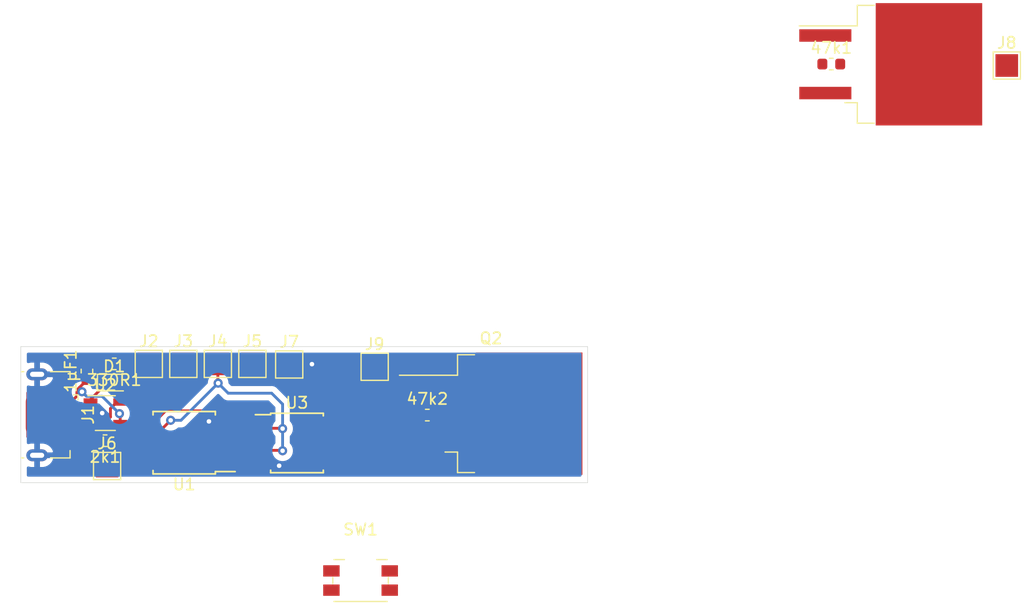
<source format=kicad_pcb>
(kicad_pcb (version 20171130) (host pcbnew "(5.1.4)-1")

  (general
    (thickness 1.6)
    (drawings 4)
    (tracks 86)
    (zones 0)
    (modules 21)
    (nets 23)
  )

  (page A4)
  (layers
    (0 F.Cu signal)
    (31 B.Cu signal)
    (32 B.Adhes user)
    (33 F.Adhes user)
    (34 B.Paste user)
    (35 F.Paste user)
    (36 B.SilkS user)
    (37 F.SilkS user hide)
    (38 B.Mask user)
    (39 F.Mask user)
    (40 Dwgs.User user)
    (41 Cmts.User user)
    (42 Eco1.User user)
    (43 Eco2.User user)
    (44 Edge.Cuts user)
    (45 Margin user)
    (46 B.CrtYd user)
    (47 F.CrtYd user)
    (48 B.Fab user)
    (49 F.Fab user hide)
  )

  (setup
    (last_trace_width 0.25)
    (trace_clearance 0.2)
    (zone_clearance 0.508)
    (zone_45_only no)
    (trace_min 0.2)
    (via_size 0.8)
    (via_drill 0.4)
    (via_min_size 0.4)
    (via_min_drill 0.3)
    (uvia_size 0.3)
    (uvia_drill 0.1)
    (uvias_allowed no)
    (uvia_min_size 0.2)
    (uvia_min_drill 0.1)
    (edge_width 0.05)
    (segment_width 0.2)
    (pcb_text_width 0.3)
    (pcb_text_size 1.5 1.5)
    (mod_edge_width 0.12)
    (mod_text_size 1 1)
    (mod_text_width 0.15)
    (pad_size 1.524 1.524)
    (pad_drill 0.762)
    (pad_to_mask_clearance 0.051)
    (solder_mask_min_width 0.25)
    (aux_axis_origin 0 0)
    (visible_elements 7FFFFFFF)
    (pcbplotparams
      (layerselection 0x010fc_ffffffff)
      (usegerberextensions false)
      (usegerberattributes false)
      (usegerberadvancedattributes false)
      (creategerberjobfile false)
      (excludeedgelayer true)
      (linewidth 0.100000)
      (plotframeref false)
      (viasonmask false)
      (mode 1)
      (useauxorigin false)
      (hpglpennumber 1)
      (hpglpenspeed 20)
      (hpglpendiameter 15.000000)
      (psnegative false)
      (psa4output false)
      (plotreference true)
      (plotvalue true)
      (plotinvisibletext false)
      (padsonsilk false)
      (subtractmaskfromsilk false)
      (outputformat 1)
      (mirror false)
      (drillshape 1)
      (scaleselection 1)
      (outputdirectory ""))
  )

  (net 0 "")
  (net 1 GND)
  (net 2 VCC)
  (net 3 "Net-(2k1-Pad1)")
  (net 4 "Net-(330R1-Pad1)")
  (net 5 FET_B)
  (net 6 FET_A)
  (net 7 "Net-(D1-Pad1)")
  (net 8 "Net-(J1-Pad3)")
  (net 9 "Net-(J1-Pad4)")
  (net 10 "Net-(J1-Pad2)")
  (net 11 "Net-(J2-Pad1)")
  (net 12 Vcarrier)
  (net 13 Vmod)
  (net 14 "Net-(J5-Pad1)")
  (net 15 "Net-(J6-Pad1)")
  (net 16 "Net-(J8-Pad1)")
  (net 17 "Net-(J9-Pad1)")
  (net 18 +BATT)
  (net 19 "Net-(U1-Pad3)")
  (net 20 "Net-(U1-Pad2)")
  (net 21 "Net-(U3-Pad12)")
  (net 22 "Net-(U3-Pad10)")

  (net_class Default "This is the default net class."
    (clearance 0.2)
    (trace_width 0.25)
    (via_dia 0.8)
    (via_drill 0.4)
    (uvia_dia 0.3)
    (uvia_drill 0.1)
    (add_net +BATT)
    (add_net FET_A)
    (add_net FET_B)
    (add_net GND)
    (add_net "Net-(2k1-Pad1)")
    (add_net "Net-(330R1-Pad1)")
    (add_net "Net-(D1-Pad1)")
    (add_net "Net-(J1-Pad2)")
    (add_net "Net-(J1-Pad3)")
    (add_net "Net-(J1-Pad4)")
    (add_net "Net-(J2-Pad1)")
    (add_net "Net-(J5-Pad1)")
    (add_net "Net-(J6-Pad1)")
    (add_net "Net-(J8-Pad1)")
    (add_net "Net-(J9-Pad1)")
    (add_net "Net-(U1-Pad2)")
    (add_net "Net-(U1-Pad3)")
    (add_net "Net-(U3-Pad10)")
    (add_net "Net-(U3-Pad12)")
    (add_net VCC)
    (add_net Vcarrier)
    (add_net Vmod)
  )

  (module Resistor_SMD:R_0603_1608Metric (layer F.Cu) (tedit 5B301BBD) (tstamp 5D7C5481)
    (at 91.694 88.011 180)
    (descr "Resistor SMD 0603 (1608 Metric), square (rectangular) end terminal, IPC_7351 nominal, (Body size source: http://www.tortai-tech.com/upload/download/2011102023233369053.pdf), generated with kicad-footprint-generator")
    (tags resistor)
    (path /5D853CEF)
    (attr smd)
    (fp_text reference 330R1 (at 0 -1.43) (layer F.SilkS)
      (effects (font (size 1 1) (thickness 0.15)))
    )
    (fp_text value R (at 0 1.43) (layer F.Fab)
      (effects (font (size 1 1) (thickness 0.15)))
    )
    (fp_text user %R (at 0 0) (layer F.Fab)
      (effects (font (size 0.4 0.4) (thickness 0.06)))
    )
    (fp_line (start 1.48 0.73) (end -1.48 0.73) (layer F.CrtYd) (width 0.05))
    (fp_line (start 1.48 -0.73) (end 1.48 0.73) (layer F.CrtYd) (width 0.05))
    (fp_line (start -1.48 -0.73) (end 1.48 -0.73) (layer F.CrtYd) (width 0.05))
    (fp_line (start -1.48 0.73) (end -1.48 -0.73) (layer F.CrtYd) (width 0.05))
    (fp_line (start -0.162779 0.51) (end 0.162779 0.51) (layer F.SilkS) (width 0.12))
    (fp_line (start -0.162779 -0.51) (end 0.162779 -0.51) (layer F.SilkS) (width 0.12))
    (fp_line (start 0.8 0.4) (end -0.8 0.4) (layer F.Fab) (width 0.1))
    (fp_line (start 0.8 -0.4) (end 0.8 0.4) (layer F.Fab) (width 0.1))
    (fp_line (start -0.8 -0.4) (end 0.8 -0.4) (layer F.Fab) (width 0.1))
    (fp_line (start -0.8 0.4) (end -0.8 -0.4) (layer F.Fab) (width 0.1))
    (pad 2 smd roundrect (at 0.7875 0 180) (size 0.875 0.95) (layers F.Cu F.Paste F.Mask) (roundrect_rratio 0.25)
      (net 2 VCC))
    (pad 1 smd roundrect (at -0.7875 0 180) (size 0.875 0.95) (layers F.Cu F.Paste F.Mask) (roundrect_rratio 0.25)
      (net 4 "Net-(330R1-Pad1)"))
    (model ${KISYS3DMOD}/Resistor_SMD.3dshapes/R_0603_1608Metric.wrl
      (at (xyz 0 0 0))
      (scale (xyz 1 1 1))
      (rotate (xyz 0 0 0))
    )
  )

  (module Resistor_SMD:R_0603_1608Metric (layer F.Cu) (tedit 5B301BBD) (tstamp 5D7C5470)
    (at 90.8812 94.7928 180)
    (descr "Resistor SMD 0603 (1608 Metric), square (rectangular) end terminal, IPC_7351 nominal, (Body size source: http://www.tortai-tech.com/upload/download/2011102023233369053.pdf), generated with kicad-footprint-generator")
    (tags resistor)
    (path /5D86C21E)
    (attr smd)
    (fp_text reference 2k1 (at 0 -1.43) (layer F.SilkS)
      (effects (font (size 1 1) (thickness 0.15)))
    )
    (fp_text value R (at 0 1.43) (layer F.Fab)
      (effects (font (size 1 1) (thickness 0.15)))
    )
    (fp_text user %R (at 0 0) (layer F.Fab)
      (effects (font (size 0.4 0.4) (thickness 0.06)))
    )
    (fp_line (start 1.48 0.73) (end -1.48 0.73) (layer F.CrtYd) (width 0.05))
    (fp_line (start 1.48 -0.73) (end 1.48 0.73) (layer F.CrtYd) (width 0.05))
    (fp_line (start -1.48 -0.73) (end 1.48 -0.73) (layer F.CrtYd) (width 0.05))
    (fp_line (start -1.48 0.73) (end -1.48 -0.73) (layer F.CrtYd) (width 0.05))
    (fp_line (start -0.162779 0.51) (end 0.162779 0.51) (layer F.SilkS) (width 0.12))
    (fp_line (start -0.162779 -0.51) (end 0.162779 -0.51) (layer F.SilkS) (width 0.12))
    (fp_line (start 0.8 0.4) (end -0.8 0.4) (layer F.Fab) (width 0.1))
    (fp_line (start 0.8 -0.4) (end 0.8 0.4) (layer F.Fab) (width 0.1))
    (fp_line (start -0.8 -0.4) (end 0.8 -0.4) (layer F.Fab) (width 0.1))
    (fp_line (start -0.8 0.4) (end -0.8 -0.4) (layer F.Fab) (width 0.1))
    (pad 2 smd roundrect (at 0.7875 0 180) (size 0.875 0.95) (layers F.Cu F.Paste F.Mask) (roundrect_rratio 0.25)
      (net 1 GND))
    (pad 1 smd roundrect (at -0.7875 0 180) (size 0.875 0.95) (layers F.Cu F.Paste F.Mask) (roundrect_rratio 0.25)
      (net 3 "Net-(2k1-Pad1)"))
    (model ${KISYS3DMOD}/Resistor_SMD.3dshapes/R_0603_1608Metric.wrl
      (at (xyz 0 0 0))
      (scale (xyz 1 1 1))
      (rotate (xyz 0 0 0))
    )
  )

  (module Package_TO_SOT_SMD:TO-263-2 (layer F.Cu) (tedit 5A70FB7B) (tstamp 5D7C4B0E)
    (at 124.9458 92.4052)
    (descr "TO-263 / D2PAK / DDPAK SMD package, http://www.infineon.com/cms/en/product/packages/PG-TO263/PG-TO263-3-1/")
    (tags "D2PAK DDPAK TO-263 D2PAK-3 TO-263-3 SOT-404")
    (path /5D7B0D59)
    (attr smd)
    (fp_text reference Q2 (at 0 -6.65) (layer F.SilkS)
      (effects (font (size 1 1) (thickness 0.15)))
    )
    (fp_text value 85N3LH5 (at 0 6.65) (layer F.Fab)
      (effects (font (size 1 1) (thickness 0.15)))
    )
    (fp_text user %R (at 0 0) (layer F.Fab)
      (effects (font (size 1 1) (thickness 0.15)))
    )
    (fp_line (start 8.32 -5.65) (end -8.32 -5.65) (layer F.CrtYd) (width 0.05))
    (fp_line (start 8.32 5.65) (end 8.32 -5.65) (layer F.CrtYd) (width 0.05))
    (fp_line (start -8.32 5.65) (end 8.32 5.65) (layer F.CrtYd) (width 0.05))
    (fp_line (start -8.32 -5.65) (end -8.32 5.65) (layer F.CrtYd) (width 0.05))
    (fp_line (start -2.95 3.39) (end -4.05 3.39) (layer F.SilkS) (width 0.12))
    (fp_line (start -2.95 5.2) (end -2.95 3.39) (layer F.SilkS) (width 0.12))
    (fp_line (start -1.45 5.2) (end -2.95 5.2) (layer F.SilkS) (width 0.12))
    (fp_line (start -2.95 -3.39) (end -8.075 -3.39) (layer F.SilkS) (width 0.12))
    (fp_line (start -2.95 -5.2) (end -2.95 -3.39) (layer F.SilkS) (width 0.12))
    (fp_line (start -1.45 -5.2) (end -2.95 -5.2) (layer F.SilkS) (width 0.12))
    (fp_line (start -7.45 3.04) (end -2.75 3.04) (layer F.Fab) (width 0.1))
    (fp_line (start -7.45 2.04) (end -7.45 3.04) (layer F.Fab) (width 0.1))
    (fp_line (start -2.75 2.04) (end -7.45 2.04) (layer F.Fab) (width 0.1))
    (fp_line (start -7.45 -2.04) (end -2.75 -2.04) (layer F.Fab) (width 0.1))
    (fp_line (start -7.45 -3.04) (end -7.45 -2.04) (layer F.Fab) (width 0.1))
    (fp_line (start -2.75 -3.04) (end -7.45 -3.04) (layer F.Fab) (width 0.1))
    (fp_line (start -1.75 -5) (end 6.5 -5) (layer F.Fab) (width 0.1))
    (fp_line (start -2.75 -4) (end -1.75 -5) (layer F.Fab) (width 0.1))
    (fp_line (start -2.75 5) (end -2.75 -4) (layer F.Fab) (width 0.1))
    (fp_line (start 6.5 5) (end -2.75 5) (layer F.Fab) (width 0.1))
    (fp_line (start 6.5 -5) (end 6.5 5) (layer F.Fab) (width 0.1))
    (fp_line (start 7.5 5) (end 6.5 5) (layer F.Fab) (width 0.1))
    (fp_line (start 7.5 -5) (end 7.5 5) (layer F.Fab) (width 0.1))
    (fp_line (start 6.5 -5) (end 7.5 -5) (layer F.Fab) (width 0.1))
    (pad "" smd rect (at 0.95 2.775) (size 4.55 5.25) (layers F.Paste))
    (pad "" smd rect (at 5.8 -2.775) (size 4.55 5.25) (layers F.Paste))
    (pad "" smd rect (at 0.95 -2.775) (size 4.55 5.25) (layers F.Paste))
    (pad "" smd rect (at 5.8 2.775) (size 4.55 5.25) (layers F.Paste))
    (pad 2 smd rect (at 3.375 0) (size 9.4 10.8) (layers F.Cu F.Mask)
      (net 17 "Net-(J9-Pad1)"))
    (pad 3 smd rect (at -5.775 2.54) (size 4.6 1.1) (layers F.Cu F.Paste F.Mask)
      (net 1 GND))
    (pad 1 smd rect (at -5.775 -2.54) (size 4.6 1.1) (layers F.Cu F.Paste F.Mask)
      (net 6 FET_A))
    (model ${KISYS3DMOD}/Package_TO_SOT_SMD.3dshapes/TO-263-2.wrl
      (at (xyz 0 0 0))
      (scale (xyz 1 1 1))
      (rotate (xyz 0 0 0))
    )
  )

  (module Package_TO_SOT_SMD:TO-263-2 (layer F.Cu) (tedit 5A70FB7B) (tstamp 5D7C4AEA)
    (at 160.2398 61.5632)
    (descr "TO-263 / D2PAK / DDPAK SMD package, http://www.infineon.com/cms/en/product/packages/PG-TO263/PG-TO263-3-1/")
    (tags "D2PAK DDPAK TO-263 D2PAK-3 TO-263-3 SOT-404")
    (path /5D7AF285)
    (attr smd)
    (fp_text reference Q1 (at 0 -6.65) (layer F.SilkS)
      (effects (font (size 1 1) (thickness 0.15)))
    )
    (fp_text value 85N3LH5 (at 0 6.65) (layer F.Fab)
      (effects (font (size 1 1) (thickness 0.15)))
    )
    (fp_text user %R (at 0 0) (layer F.Fab)
      (effects (font (size 1 1) (thickness 0.15)))
    )
    (fp_line (start 8.32 -5.65) (end -8.32 -5.65) (layer F.CrtYd) (width 0.05))
    (fp_line (start 8.32 5.65) (end 8.32 -5.65) (layer F.CrtYd) (width 0.05))
    (fp_line (start -8.32 5.65) (end 8.32 5.65) (layer F.CrtYd) (width 0.05))
    (fp_line (start -8.32 -5.65) (end -8.32 5.65) (layer F.CrtYd) (width 0.05))
    (fp_line (start -2.95 3.39) (end -4.05 3.39) (layer F.SilkS) (width 0.12))
    (fp_line (start -2.95 5.2) (end -2.95 3.39) (layer F.SilkS) (width 0.12))
    (fp_line (start -1.45 5.2) (end -2.95 5.2) (layer F.SilkS) (width 0.12))
    (fp_line (start -2.95 -3.39) (end -8.075 -3.39) (layer F.SilkS) (width 0.12))
    (fp_line (start -2.95 -5.2) (end -2.95 -3.39) (layer F.SilkS) (width 0.12))
    (fp_line (start -1.45 -5.2) (end -2.95 -5.2) (layer F.SilkS) (width 0.12))
    (fp_line (start -7.45 3.04) (end -2.75 3.04) (layer F.Fab) (width 0.1))
    (fp_line (start -7.45 2.04) (end -7.45 3.04) (layer F.Fab) (width 0.1))
    (fp_line (start -2.75 2.04) (end -7.45 2.04) (layer F.Fab) (width 0.1))
    (fp_line (start -7.45 -2.04) (end -2.75 -2.04) (layer F.Fab) (width 0.1))
    (fp_line (start -7.45 -3.04) (end -7.45 -2.04) (layer F.Fab) (width 0.1))
    (fp_line (start -2.75 -3.04) (end -7.45 -3.04) (layer F.Fab) (width 0.1))
    (fp_line (start -1.75 -5) (end 6.5 -5) (layer F.Fab) (width 0.1))
    (fp_line (start -2.75 -4) (end -1.75 -5) (layer F.Fab) (width 0.1))
    (fp_line (start -2.75 5) (end -2.75 -4) (layer F.Fab) (width 0.1))
    (fp_line (start 6.5 5) (end -2.75 5) (layer F.Fab) (width 0.1))
    (fp_line (start 6.5 -5) (end 6.5 5) (layer F.Fab) (width 0.1))
    (fp_line (start 7.5 5) (end 6.5 5) (layer F.Fab) (width 0.1))
    (fp_line (start 7.5 -5) (end 7.5 5) (layer F.Fab) (width 0.1))
    (fp_line (start 6.5 -5) (end 7.5 -5) (layer F.Fab) (width 0.1))
    (pad "" smd rect (at 0.95 2.775) (size 4.55 5.25) (layers F.Paste))
    (pad "" smd rect (at 5.8 -2.775) (size 4.55 5.25) (layers F.Paste))
    (pad "" smd rect (at 0.95 -2.775) (size 4.55 5.25) (layers F.Paste))
    (pad "" smd rect (at 5.8 2.775) (size 4.55 5.25) (layers F.Paste))
    (pad 2 smd rect (at 3.375 0) (size 9.4 10.8) (layers F.Cu F.Mask)
      (net 16 "Net-(J8-Pad1)"))
    (pad 3 smd rect (at -5.775 2.54) (size 4.6 1.1) (layers F.Cu F.Paste F.Mask)
      (net 1 GND))
    (pad 1 smd rect (at -5.775 -2.54) (size 4.6 1.1) (layers F.Cu F.Paste F.Mask)
      (net 5 FET_B))
    (model ${KISYS3DMOD}/Package_TO_SOT_SMD.3dshapes/TO-263-2.wrl
      (at (xyz 0 0 0))
      (scale (xyz 1 1 1))
      (rotate (xyz 0 0 0))
    )
  )

  (module Package_SO:TSSOP-14_4.4x5mm_P0.65mm (layer F.Cu) (tedit 5A02F25C) (tstamp 5D7C4200)
    (at 107.823 94.996)
    (descr "14-Lead Plastic Thin Shrink Small Outline (ST)-4.4 mm Body [TSSOP] (see Microchip Packaging Specification 00000049BS.pdf)")
    (tags "SSOP 0.65")
    (path /5D7430DD)
    (attr smd)
    (fp_text reference U3 (at 0 -3.55) (layer F.SilkS)
      (effects (font (size 1 1) (thickness 0.15)))
    )
    (fp_text value 74HCT00 (at 0 3.55) (layer F.Fab)
      (effects (font (size 1 1) (thickness 0.15)))
    )
    (fp_text user %R (at 0 0) (layer F.Fab)
      (effects (font (size 0.8 0.8) (thickness 0.15)))
    )
    (fp_line (start -2.325 -2.5) (end -3.675 -2.5) (layer F.SilkS) (width 0.15))
    (fp_line (start -2.325 2.625) (end 2.325 2.625) (layer F.SilkS) (width 0.15))
    (fp_line (start -2.325 -2.625) (end 2.325 -2.625) (layer F.SilkS) (width 0.15))
    (fp_line (start -2.325 2.625) (end -2.325 2.4) (layer F.SilkS) (width 0.15))
    (fp_line (start 2.325 2.625) (end 2.325 2.4) (layer F.SilkS) (width 0.15))
    (fp_line (start 2.325 -2.625) (end 2.325 -2.4) (layer F.SilkS) (width 0.15))
    (fp_line (start -2.325 -2.625) (end -2.325 -2.5) (layer F.SilkS) (width 0.15))
    (fp_line (start -3.95 2.8) (end 3.95 2.8) (layer F.CrtYd) (width 0.05))
    (fp_line (start -3.95 -2.8) (end 3.95 -2.8) (layer F.CrtYd) (width 0.05))
    (fp_line (start 3.95 -2.8) (end 3.95 2.8) (layer F.CrtYd) (width 0.05))
    (fp_line (start -3.95 -2.8) (end -3.95 2.8) (layer F.CrtYd) (width 0.05))
    (fp_line (start -2.2 -1.5) (end -1.2 -2.5) (layer F.Fab) (width 0.15))
    (fp_line (start -2.2 2.5) (end -2.2 -1.5) (layer F.Fab) (width 0.15))
    (fp_line (start 2.2 2.5) (end -2.2 2.5) (layer F.Fab) (width 0.15))
    (fp_line (start 2.2 -2.5) (end 2.2 2.5) (layer F.Fab) (width 0.15))
    (fp_line (start -1.2 -2.5) (end 2.2 -2.5) (layer F.Fab) (width 0.15))
    (pad 14 smd rect (at 2.95 -1.95) (size 1.45 0.45) (layers F.Cu F.Paste F.Mask)
      (net 18 +BATT))
    (pad 13 smd rect (at 2.95 -1.3) (size 1.45 0.45) (layers F.Cu F.Paste F.Mask)
      (net 21 "Net-(U3-Pad12)"))
    (pad 12 smd rect (at 2.95 -0.65) (size 1.45 0.45) (layers F.Cu F.Paste F.Mask)
      (net 21 "Net-(U3-Pad12)"))
    (pad 11 smd rect (at 2.95 0) (size 1.45 0.45) (layers F.Cu F.Paste F.Mask)
      (net 5 FET_B))
    (pad 10 smd rect (at 2.95 0.65) (size 1.45 0.45) (layers F.Cu F.Paste F.Mask)
      (net 22 "Net-(U3-Pad10)"))
    (pad 9 smd rect (at 2.95 1.3) (size 1.45 0.45) (layers F.Cu F.Paste F.Mask)
      (net 22 "Net-(U3-Pad10)"))
    (pad 8 smd rect (at 2.95 1.95) (size 1.45 0.45) (layers F.Cu F.Paste F.Mask)
      (net 6 FET_A))
    (pad 7 smd rect (at -2.95 1.95) (size 1.45 0.45) (layers F.Cu F.Paste F.Mask)
      (net 1 GND))
    (pad 6 smd rect (at -2.95 1.3) (size 1.45 0.45) (layers F.Cu F.Paste F.Mask)
      (net 22 "Net-(U3-Pad10)"))
    (pad 5 smd rect (at -2.95 0.65) (size 1.45 0.45) (layers F.Cu F.Paste F.Mask)
      (net 13 Vmod))
    (pad 4 smd rect (at -2.95 0) (size 1.45 0.45) (layers F.Cu F.Paste F.Mask)
      (net 21 "Net-(U3-Pad12)"))
    (pad 3 smd rect (at -2.95 -0.65) (size 1.45 0.45) (layers F.Cu F.Paste F.Mask)
      (net 21 "Net-(U3-Pad12)"))
    (pad 2 smd rect (at -2.95 -1.3) (size 1.45 0.45) (layers F.Cu F.Paste F.Mask)
      (net 13 Vmod))
    (pad 1 smd rect (at -2.95 -1.95) (size 1.45 0.45) (layers F.Cu F.Paste F.Mask)
      (net 12 Vcarrier))
    (model ${KISYS3DMOD}/Package_SO.3dshapes/TSSOP-14_4.4x5mm_P0.65mm.wrl
      (at (xyz 0 0 0))
      (scale (xyz 1 1 1))
      (rotate (xyz 0 0 0))
    )
  )

  (module Package_TO_SOT_SMD:TSOT-23-5 (layer F.Cu) (tedit 5A02FF57) (tstamp 5D7C41DD)
    (at 90.9066 92.329)
    (descr "5-pin TSOT23 package, http://cds.linear.com/docs/en/packaging/SOT_5_05-08-1635.pdf")
    (tags TSOT-23-5)
    (path /5D762D0F)
    (attr smd)
    (fp_text reference U2 (at 0 -2.45) (layer F.SilkS)
      (effects (font (size 1 1) (thickness 0.15)))
    )
    (fp_text value LTC4054ES5-4.2 (at 0 2.5) (layer F.Fab)
      (effects (font (size 1 1) (thickness 0.15)))
    )
    (fp_line (start 2.17 1.7) (end -2.17 1.7) (layer F.CrtYd) (width 0.05))
    (fp_line (start 2.17 1.7) (end 2.17 -1.7) (layer F.CrtYd) (width 0.05))
    (fp_line (start -2.17 -1.7) (end -2.17 1.7) (layer F.CrtYd) (width 0.05))
    (fp_line (start -2.17 -1.7) (end 2.17 -1.7) (layer F.CrtYd) (width 0.05))
    (fp_line (start 0.88 -1.45) (end 0.88 1.45) (layer F.Fab) (width 0.1))
    (fp_line (start 0.88 1.45) (end -0.88 1.45) (layer F.Fab) (width 0.1))
    (fp_line (start -0.88 -1) (end -0.88 1.45) (layer F.Fab) (width 0.1))
    (fp_line (start 0.88 -1.45) (end -0.43 -1.45) (layer F.Fab) (width 0.1))
    (fp_line (start -0.88 -1) (end -0.43 -1.45) (layer F.Fab) (width 0.1))
    (fp_line (start 0.88 -1.51) (end -1.55 -1.51) (layer F.SilkS) (width 0.12))
    (fp_line (start -0.88 1.56) (end 0.88 1.56) (layer F.SilkS) (width 0.12))
    (fp_text user %R (at 0 0 90) (layer F.Fab)
      (effects (font (size 0.5 0.5) (thickness 0.075)))
    )
    (pad 5 smd rect (at 1.31 -0.95) (size 1.22 0.65) (layers F.Cu F.Paste F.Mask)
      (net 3 "Net-(2k1-Pad1)"))
    (pad 4 smd rect (at 1.31 0.95) (size 1.22 0.65) (layers F.Cu F.Paste F.Mask)
      (net 2 VCC))
    (pad 3 smd rect (at -1.31 0.95) (size 1.22 0.65) (layers F.Cu F.Paste F.Mask)
      (net 15 "Net-(J6-Pad1)"))
    (pad 2 smd rect (at -1.31 0) (size 1.22 0.65) (layers F.Cu F.Paste F.Mask)
      (net 1 GND))
    (pad 1 smd rect (at -1.31 -0.95) (size 1.22 0.65) (layers F.Cu F.Paste F.Mask)
      (net 7 "Net-(D1-Pad1)"))
    (model ${KISYS3DMOD}/Package_TO_SOT_SMD.3dshapes/TSOT-23-5.wrl
      (at (xyz 0 0 0))
      (scale (xyz 1 1 1))
      (rotate (xyz 0 0 0))
    )
  )

  (module Package_SO:SOIJ-8_5.3x5.3mm_P1.27mm (layer F.Cu) (tedit 5A02F2D3) (tstamp 5D7C41C8)
    (at 97.8662 94.9706 180)
    (descr "8-Lead Plastic Small Outline (SM) - Medium, 5.28 mm Body [SOIC] (see Microchip Packaging Specification 00000049BS.pdf)")
    (tags "SOIC 1.27")
    (path /5D74299D)
    (attr smd)
    (fp_text reference U1 (at 0 -3.68) (layer F.SilkS)
      (effects (font (size 1 1) (thickness 0.15)))
    )
    (fp_text value ATtiny85-20SU (at 0 3.68) (layer F.Fab)
      (effects (font (size 1 1) (thickness 0.15)))
    )
    (fp_line (start -2.75 -2.55) (end -4.5 -2.55) (layer F.SilkS) (width 0.15))
    (fp_line (start -2.75 2.755) (end 2.75 2.755) (layer F.SilkS) (width 0.15))
    (fp_line (start -2.75 -2.755) (end 2.75 -2.755) (layer F.SilkS) (width 0.15))
    (fp_line (start -2.75 2.755) (end -2.75 2.455) (layer F.SilkS) (width 0.15))
    (fp_line (start 2.75 2.755) (end 2.75 2.455) (layer F.SilkS) (width 0.15))
    (fp_line (start 2.75 -2.755) (end 2.75 -2.455) (layer F.SilkS) (width 0.15))
    (fp_line (start -2.75 -2.755) (end -2.75 -2.55) (layer F.SilkS) (width 0.15))
    (fp_line (start -4.75 2.95) (end 4.75 2.95) (layer F.CrtYd) (width 0.05))
    (fp_line (start -4.75 -2.95) (end 4.75 -2.95) (layer F.CrtYd) (width 0.05))
    (fp_line (start 4.75 -2.95) (end 4.75 2.95) (layer F.CrtYd) (width 0.05))
    (fp_line (start -4.75 -2.95) (end -4.75 2.95) (layer F.CrtYd) (width 0.05))
    (fp_line (start -2.65 -1.65) (end -1.65 -2.65) (layer F.Fab) (width 0.15))
    (fp_line (start -2.65 2.65) (end -2.65 -1.65) (layer F.Fab) (width 0.15))
    (fp_line (start 2.65 2.65) (end -2.65 2.65) (layer F.Fab) (width 0.15))
    (fp_line (start 2.65 -2.65) (end 2.65 2.65) (layer F.Fab) (width 0.15))
    (fp_line (start -1.65 -2.65) (end 2.65 -2.65) (layer F.Fab) (width 0.15))
    (fp_text user %R (at 0 0) (layer F.Fab)
      (effects (font (size 1 1) (thickness 0.15)))
    )
    (pad 8 smd rect (at 3.65 -1.905 180) (size 1.7 0.65) (layers F.Cu F.Paste F.Mask)
      (net 18 +BATT))
    (pad 7 smd rect (at 3.65 -0.635 180) (size 1.7 0.65) (layers F.Cu F.Paste F.Mask)
      (net 14 "Net-(J5-Pad1)"))
    (pad 6 smd rect (at 3.65 0.635 180) (size 1.7 0.65) (layers F.Cu F.Paste F.Mask)
      (net 13 Vmod))
    (pad 5 smd rect (at 3.65 1.905 180) (size 1.7 0.65) (layers F.Cu F.Paste F.Mask)
      (net 12 Vcarrier))
    (pad 4 smd rect (at -3.65 1.905 180) (size 1.7 0.65) (layers F.Cu F.Paste F.Mask)
      (net 1 GND))
    (pad 3 smd rect (at -3.65 0.635 180) (size 1.7 0.65) (layers F.Cu F.Paste F.Mask)
      (net 19 "Net-(U1-Pad3)"))
    (pad 2 smd rect (at -3.65 -0.635 180) (size 1.7 0.65) (layers F.Cu F.Paste F.Mask)
      (net 20 "Net-(U1-Pad2)"))
    (pad 1 smd rect (at -3.65 -1.905 180) (size 1.7 0.65) (layers F.Cu F.Paste F.Mask)
      (net 11 "Net-(J2-Pad1)"))
    (model ${KISYS3DMOD}/Package_SO.3dshapes/SOIJ-8_5.3x5.3mm_P1.27mm.wrl
      (at (xyz 0 0 0))
      (scale (xyz 1 1 1))
      (rotate (xyz 0 0 0))
    )
  )

  (module Button_Switch_SMD:Panasonic_EVQPUK_EVQPUB (layer F.Cu) (tedit 5A02FC95) (tstamp 5D7C41AB)
    (at 113.4364 107.1372)
    (descr http://industrial.panasonic.com/cdbs/www-data/pdf/ATV0000/ATV0000CE5.pdf)
    (tags "SMD SMT SPST EVQPUK EVQPUB")
    (path /5D79DD70)
    (attr smd)
    (fp_text reference SW1 (at 0 -4.5) (layer F.SilkS)
      (effects (font (size 1 1) (thickness 0.15)))
    )
    (fp_text value SW_Push (at 0 3.5) (layer F.Fab)
      (effects (font (size 1 1) (thickness 0.15)))
    )
    (fp_line (start 3.8 -3.25) (end -3.8 -3.25) (layer F.CrtYd) (width 0.05))
    (fp_line (start 3.8 2.25) (end -3.8 2.25) (layer F.CrtYd) (width 0.05))
    (fp_line (start -3.8 2.25) (end -3.8 -3.25) (layer F.CrtYd) (width 0.05))
    (fp_line (start -1.425 -1.85) (end -2.35 -1.85) (layer F.SilkS) (width 0.12))
    (fp_line (start 2.45 0.275) (end 2.45 -0.275) (layer F.SilkS) (width 0.12))
    (fp_line (start 2.35 1.75) (end -2.35 1.75) (layer F.Fab) (width 0.1))
    (fp_line (start 2.35 -1.75) (end -2.35 -1.75) (layer F.Fab) (width 0.1))
    (fp_line (start -2.35 1.75) (end -2.35 -1.75) (layer F.Fab) (width 0.1))
    (fp_line (start 2.35 1.75) (end 2.35 -1.75) (layer F.Fab) (width 0.1))
    (fp_line (start 1.3 -2.75) (end -1.3 -2.75) (layer F.Fab) (width 0.1))
    (fp_line (start 1.3 -2.75) (end 1.3 -1.75) (layer F.Fab) (width 0.1))
    (fp_line (start -1.3 -2.75) (end -1.3 -1.75) (layer F.Fab) (width 0.1))
    (fp_line (start -2.45 0.275) (end -2.45 -0.275) (layer F.SilkS) (width 0.12))
    (fp_line (start 2.35 1.85) (end -2.35 1.85) (layer F.SilkS) (width 0.12))
    (fp_line (start 2.35 -1.85) (end 1.425 -1.85) (layer F.SilkS) (width 0.12))
    (fp_line (start 3.8 2.25) (end 3.8 -3.25) (layer F.CrtYd) (width 0.05))
    (fp_text user %R (at 0 0) (layer F.Fab)
      (effects (font (size 1 1) (thickness 0.15)))
    )
    (pad 1 smd rect (at 2.575 -0.85 180) (size 1.45 1) (layers F.Cu F.Paste F.Mask)
      (net 15 "Net-(J6-Pad1)"))
    (pad 1 smd rect (at -2.575 -0.85 180) (size 1.45 1) (layers F.Cu F.Paste F.Mask)
      (net 15 "Net-(J6-Pad1)"))
    (pad 2 smd rect (at -2.575 0.85 180) (size 1.45 1) (layers F.Cu F.Paste F.Mask)
      (net 18 +BATT))
    (pad 2 smd rect (at 2.575 0.85 180) (size 1.45 1) (layers F.Cu F.Paste F.Mask)
      (net 18 +BATT))
    (model ${KISYS3DMOD}/Button_Switch_SMD.3dshapes/Panasonic_EVQPUK_EVQPUB.wrl
      (at (xyz 0 0 0))
      (scale (xyz 1 1 1))
      (rotate (xyz 0 0 0))
    )
  )

  (module TestPoint:TestPoint_Pad_2.0x2.0mm (layer F.Cu) (tedit 5A0F774F) (tstamp 5D7C415E)
    (at 114.681 88.265)
    (descr "SMD rectangular pad as test Point, square 2.0mm side length")
    (tags "test point SMD pad rectangle square")
    (path /5D7F153B)
    (attr virtual)
    (fp_text reference J9 (at 0 -1.998) (layer F.SilkS)
      (effects (font (size 1 1) (thickness 0.15)))
    )
    (fp_text value Conn_01x01_Male (at 0 2.05) (layer F.Fab)
      (effects (font (size 1 1) (thickness 0.15)))
    )
    (fp_line (start 1.5 1.5) (end -1.5 1.5) (layer F.CrtYd) (width 0.05))
    (fp_line (start 1.5 1.5) (end 1.5 -1.5) (layer F.CrtYd) (width 0.05))
    (fp_line (start -1.5 -1.5) (end -1.5 1.5) (layer F.CrtYd) (width 0.05))
    (fp_line (start -1.5 -1.5) (end 1.5 -1.5) (layer F.CrtYd) (width 0.05))
    (fp_line (start -1.2 1.2) (end -1.2 -1.2) (layer F.SilkS) (width 0.12))
    (fp_line (start 1.2 1.2) (end -1.2 1.2) (layer F.SilkS) (width 0.12))
    (fp_line (start 1.2 -1.2) (end 1.2 1.2) (layer F.SilkS) (width 0.12))
    (fp_line (start -1.2 -1.2) (end 1.2 -1.2) (layer F.SilkS) (width 0.12))
    (fp_text user %R (at 0 -2) (layer F.Fab)
      (effects (font (size 1 1) (thickness 0.15)))
    )
    (pad 1 smd rect (at 0 0) (size 2 2) (layers F.Cu F.Mask)
      (net 17 "Net-(J9-Pad1)"))
  )

  (module TestPoint:TestPoint_Pad_2.0x2.0mm (layer F.Cu) (tedit 5A0F774F) (tstamp 5D7C4150)
    (at 170.4848 61.6712)
    (descr "SMD rectangular pad as test Point, square 2.0mm side length")
    (tags "test point SMD pad rectangle square")
    (path /5D7F022C)
    (attr virtual)
    (fp_text reference J8 (at 0 -1.998) (layer F.SilkS)
      (effects (font (size 1 1) (thickness 0.15)))
    )
    (fp_text value Conn_01x01_Male (at 0 2.05) (layer F.Fab)
      (effects (font (size 1 1) (thickness 0.15)))
    )
    (fp_line (start 1.5 1.5) (end -1.5 1.5) (layer F.CrtYd) (width 0.05))
    (fp_line (start 1.5 1.5) (end 1.5 -1.5) (layer F.CrtYd) (width 0.05))
    (fp_line (start -1.5 -1.5) (end -1.5 1.5) (layer F.CrtYd) (width 0.05))
    (fp_line (start -1.5 -1.5) (end 1.5 -1.5) (layer F.CrtYd) (width 0.05))
    (fp_line (start -1.2 1.2) (end -1.2 -1.2) (layer F.SilkS) (width 0.12))
    (fp_line (start 1.2 1.2) (end -1.2 1.2) (layer F.SilkS) (width 0.12))
    (fp_line (start 1.2 -1.2) (end 1.2 1.2) (layer F.SilkS) (width 0.12))
    (fp_line (start -1.2 -1.2) (end 1.2 -1.2) (layer F.SilkS) (width 0.12))
    (fp_text user %R (at 0 -2) (layer F.Fab)
      (effects (font (size 1 1) (thickness 0.15)))
    )
    (pad 1 smd rect (at 0 0) (size 2 2) (layers F.Cu F.Mask)
      (net 16 "Net-(J8-Pad1)"))
  )

  (module TestPoint:TestPoint_Pad_2.0x2.0mm (layer F.Cu) (tedit 5A0F774F) (tstamp 5D7C4142)
    (at 107.1372 88.0618)
    (descr "SMD rectangular pad as test Point, square 2.0mm side length")
    (tags "test point SMD pad rectangle square")
    (path /5D7BBFF9)
    (attr virtual)
    (fp_text reference J7 (at 0 -1.998) (layer F.SilkS)
      (effects (font (size 1 1) (thickness 0.15)))
    )
    (fp_text value Conn_01x01_Male (at 0 2.05) (layer F.Fab)
      (effects (font (size 1 1) (thickness 0.15)))
    )
    (fp_line (start 1.5 1.5) (end -1.5 1.5) (layer F.CrtYd) (width 0.05))
    (fp_line (start 1.5 1.5) (end 1.5 -1.5) (layer F.CrtYd) (width 0.05))
    (fp_line (start -1.5 -1.5) (end -1.5 1.5) (layer F.CrtYd) (width 0.05))
    (fp_line (start -1.5 -1.5) (end 1.5 -1.5) (layer F.CrtYd) (width 0.05))
    (fp_line (start -1.2 1.2) (end -1.2 -1.2) (layer F.SilkS) (width 0.12))
    (fp_line (start 1.2 1.2) (end -1.2 1.2) (layer F.SilkS) (width 0.12))
    (fp_line (start 1.2 -1.2) (end 1.2 1.2) (layer F.SilkS) (width 0.12))
    (fp_line (start -1.2 -1.2) (end 1.2 -1.2) (layer F.SilkS) (width 0.12))
    (fp_text user %R (at 0 -2) (layer F.Fab)
      (effects (font (size 1 1) (thickness 0.15)))
    )
    (pad 1 smd rect (at 0 0) (size 2 2) (layers F.Cu F.Mask)
      (net 1 GND))
  )

  (module TestPoint:TestPoint_Pad_2.0x2.0mm (layer F.Cu) (tedit 5A0F774F) (tstamp 5D7C4134)
    (at 91.059 97.028)
    (descr "SMD rectangular pad as test Point, square 2.0mm side length")
    (tags "test point SMD pad rectangle square")
    (path /5D7B96FA)
    (attr virtual)
    (fp_text reference J6 (at 0 -1.998) (layer F.SilkS)
      (effects (font (size 1 1) (thickness 0.15)))
    )
    (fp_text value Conn_01x01_Male (at 0 2.05) (layer F.Fab)
      (effects (font (size 1 1) (thickness 0.15)))
    )
    (fp_line (start 1.5 1.5) (end -1.5 1.5) (layer F.CrtYd) (width 0.05))
    (fp_line (start 1.5 1.5) (end 1.5 -1.5) (layer F.CrtYd) (width 0.05))
    (fp_line (start -1.5 -1.5) (end -1.5 1.5) (layer F.CrtYd) (width 0.05))
    (fp_line (start -1.5 -1.5) (end 1.5 -1.5) (layer F.CrtYd) (width 0.05))
    (fp_line (start -1.2 1.2) (end -1.2 -1.2) (layer F.SilkS) (width 0.12))
    (fp_line (start 1.2 1.2) (end -1.2 1.2) (layer F.SilkS) (width 0.12))
    (fp_line (start 1.2 -1.2) (end 1.2 1.2) (layer F.SilkS) (width 0.12))
    (fp_line (start -1.2 -1.2) (end 1.2 -1.2) (layer F.SilkS) (width 0.12))
    (fp_text user %R (at 0 -2) (layer F.Fab)
      (effects (font (size 1 1) (thickness 0.15)))
    )
    (pad 1 smd rect (at 0 0) (size 2 2) (layers F.Cu F.Mask)
      (net 15 "Net-(J6-Pad1)"))
  )

  (module TestPoint:TestPoint_Pad_2.0x2.0mm (layer F.Cu) (tedit 5A0F774F) (tstamp 5D7C4126)
    (at 103.886 88.011)
    (descr "SMD rectangular pad as test Point, square 2.0mm side length")
    (tags "test point SMD pad rectangle square")
    (path /5D768DFD)
    (attr virtual)
    (fp_text reference J5 (at 0 -1.998) (layer F.SilkS)
      (effects (font (size 1 1) (thickness 0.15)))
    )
    (fp_text value Conn_01x01_Male (at 0 2.05) (layer F.Fab)
      (effects (font (size 1 1) (thickness 0.15)))
    )
    (fp_line (start 1.5 1.5) (end -1.5 1.5) (layer F.CrtYd) (width 0.05))
    (fp_line (start 1.5 1.5) (end 1.5 -1.5) (layer F.CrtYd) (width 0.05))
    (fp_line (start -1.5 -1.5) (end -1.5 1.5) (layer F.CrtYd) (width 0.05))
    (fp_line (start -1.5 -1.5) (end 1.5 -1.5) (layer F.CrtYd) (width 0.05))
    (fp_line (start -1.2 1.2) (end -1.2 -1.2) (layer F.SilkS) (width 0.12))
    (fp_line (start 1.2 1.2) (end -1.2 1.2) (layer F.SilkS) (width 0.12))
    (fp_line (start 1.2 -1.2) (end 1.2 1.2) (layer F.SilkS) (width 0.12))
    (fp_line (start -1.2 -1.2) (end 1.2 -1.2) (layer F.SilkS) (width 0.12))
    (fp_text user %R (at 0 -2) (layer F.Fab)
      (effects (font (size 1 1) (thickness 0.15)))
    )
    (pad 1 smd rect (at 0 0) (size 2 2) (layers F.Cu F.Mask)
      (net 14 "Net-(J5-Pad1)"))
  )

  (module TestPoint:TestPoint_Pad_2.0x2.0mm (layer F.Cu) (tedit 5A0F774F) (tstamp 5D7C4118)
    (at 100.838 88.011)
    (descr "SMD rectangular pad as test Point, square 2.0mm side length")
    (tags "test point SMD pad rectangle square")
    (path /5D7685C5)
    (attr virtual)
    (fp_text reference J4 (at 0 -1.998) (layer F.SilkS)
      (effects (font (size 1 1) (thickness 0.15)))
    )
    (fp_text value Conn_01x01_Male (at 0 2.05) (layer F.Fab)
      (effects (font (size 1 1) (thickness 0.15)))
    )
    (fp_line (start 1.5 1.5) (end -1.5 1.5) (layer F.CrtYd) (width 0.05))
    (fp_line (start 1.5 1.5) (end 1.5 -1.5) (layer F.CrtYd) (width 0.05))
    (fp_line (start -1.5 -1.5) (end -1.5 1.5) (layer F.CrtYd) (width 0.05))
    (fp_line (start -1.5 -1.5) (end 1.5 -1.5) (layer F.CrtYd) (width 0.05))
    (fp_line (start -1.2 1.2) (end -1.2 -1.2) (layer F.SilkS) (width 0.12))
    (fp_line (start 1.2 1.2) (end -1.2 1.2) (layer F.SilkS) (width 0.12))
    (fp_line (start 1.2 -1.2) (end 1.2 1.2) (layer F.SilkS) (width 0.12))
    (fp_line (start -1.2 -1.2) (end 1.2 -1.2) (layer F.SilkS) (width 0.12))
    (fp_text user %R (at 0 -2) (layer F.Fab)
      (effects (font (size 1 1) (thickness 0.15)))
    )
    (pad 1 smd rect (at 0 0) (size 2 2) (layers F.Cu F.Mask)
      (net 13 Vmod))
  )

  (module TestPoint:TestPoint_Pad_2.0x2.0mm (layer F.Cu) (tedit 5A0F774F) (tstamp 5D7C410A)
    (at 97.79 88.011)
    (descr "SMD rectangular pad as test Point, square 2.0mm side length")
    (tags "test point SMD pad rectangle square")
    (path /5D767EEF)
    (attr virtual)
    (fp_text reference J3 (at 0 -1.998) (layer F.SilkS)
      (effects (font (size 1 1) (thickness 0.15)))
    )
    (fp_text value Conn_01x01_Male (at 0 2.05) (layer F.Fab)
      (effects (font (size 1 1) (thickness 0.15)))
    )
    (fp_line (start 1.5 1.5) (end -1.5 1.5) (layer F.CrtYd) (width 0.05))
    (fp_line (start 1.5 1.5) (end 1.5 -1.5) (layer F.CrtYd) (width 0.05))
    (fp_line (start -1.5 -1.5) (end -1.5 1.5) (layer F.CrtYd) (width 0.05))
    (fp_line (start -1.5 -1.5) (end 1.5 -1.5) (layer F.CrtYd) (width 0.05))
    (fp_line (start -1.2 1.2) (end -1.2 -1.2) (layer F.SilkS) (width 0.12))
    (fp_line (start 1.2 1.2) (end -1.2 1.2) (layer F.SilkS) (width 0.12))
    (fp_line (start 1.2 -1.2) (end 1.2 1.2) (layer F.SilkS) (width 0.12))
    (fp_line (start -1.2 -1.2) (end 1.2 -1.2) (layer F.SilkS) (width 0.12))
    (fp_text user %R (at 0 -2) (layer F.Fab)
      (effects (font (size 1 1) (thickness 0.15)))
    )
    (pad 1 smd rect (at 0 0) (size 2 2) (layers F.Cu F.Mask)
      (net 12 Vcarrier))
  )

  (module TestPoint:TestPoint_Pad_2.0x2.0mm (layer F.Cu) (tedit 5A0F774F) (tstamp 5D7C40FC)
    (at 94.742 88.011)
    (descr "SMD rectangular pad as test Point, square 2.0mm side length")
    (tags "test point SMD pad rectangle square")
    (path /5D766EE0)
    (attr virtual)
    (fp_text reference J2 (at 0 -1.998) (layer F.SilkS)
      (effects (font (size 1 1) (thickness 0.15)))
    )
    (fp_text value Conn_01x01_Male (at 0 2.05) (layer F.Fab)
      (effects (font (size 1 1) (thickness 0.15)))
    )
    (fp_line (start 1.5 1.5) (end -1.5 1.5) (layer F.CrtYd) (width 0.05))
    (fp_line (start 1.5 1.5) (end 1.5 -1.5) (layer F.CrtYd) (width 0.05))
    (fp_line (start -1.5 -1.5) (end -1.5 1.5) (layer F.CrtYd) (width 0.05))
    (fp_line (start -1.5 -1.5) (end 1.5 -1.5) (layer F.CrtYd) (width 0.05))
    (fp_line (start -1.2 1.2) (end -1.2 -1.2) (layer F.SilkS) (width 0.12))
    (fp_line (start 1.2 1.2) (end -1.2 1.2) (layer F.SilkS) (width 0.12))
    (fp_line (start 1.2 -1.2) (end 1.2 1.2) (layer F.SilkS) (width 0.12))
    (fp_line (start -1.2 -1.2) (end 1.2 -1.2) (layer F.SilkS) (width 0.12))
    (fp_text user %R (at 0 -2) (layer F.Fab)
      (effects (font (size 1 1) (thickness 0.15)))
    )
    (pad 1 smd rect (at 0 0) (size 2 2) (layers F.Cu F.Mask)
      (net 11 "Net-(J2-Pad1)"))
  )

  (module Connector_USB:USB_Micro-B_GCT_USB3076-30-A (layer F.Cu) (tedit 5A170D03) (tstamp 5D7C40EE)
    (at 86.0806 92.5068 270)
    (descr "GCT Micro USB https://gct.co/files/drawings/usb3076.pdf")
    (tags "Micro-USB SMD Typ-B GCT")
    (path /5D7E2F08)
    (attr smd)
    (fp_text reference J1 (at 0 -3.3 90) (layer F.SilkS)
      (effects (font (size 1 1) (thickness 0.15)))
    )
    (fp_text value USB_B_Micro (at 0 5.2 90) (layer F.Fab)
      (effects (font (size 1 1) (thickness 0.15)))
    )
    (fp_line (start -1.1 -2.16) (end -1.1 -1.95) (layer F.Fab) (width 0.1))
    (fp_line (start -1.5 -2.16) (end -1.5 -1.95) (layer F.Fab) (width 0.1))
    (fp_line (start -1.5 -2.16) (end -1.1 -2.16) (layer F.Fab) (width 0.1))
    (fp_line (start -1.1 -1.95) (end -1.3 -1.75) (layer F.Fab) (width 0.1))
    (fp_line (start -1.3 -1.75) (end -1.5 -1.95) (layer F.Fab) (width 0.1))
    (fp_line (start -1.76 -2.41) (end -1.76 -2.02) (layer F.SilkS) (width 0.12))
    (fp_line (start -1.76 -2.41) (end -1.31 -2.41) (layer F.SilkS) (width 0.12))
    (fp_text user %R (at 0 0.85 90) (layer F.Fab)
      (effects (font (size 1 1) (thickness 0.15)))
    )
    (fp_line (start 3.81 -1.71) (end 3.16 -1.71) (layer F.SilkS) (width 0.12))
    (fp_line (start 3.81 0.02) (end 3.81 -1.71) (layer F.SilkS) (width 0.12))
    (fp_line (start -3.81 2.59) (end -3.81 2.38) (layer F.SilkS) (width 0.12))
    (fp_line (start -3.7 3.95) (end -3.7 -1.6) (layer F.Fab) (width 0.1))
    (fp_line (start -3.7 -1.6) (end 3.7 -1.6) (layer F.Fab) (width 0.1))
    (fp_line (start -3.7 3.95) (end 3.7 3.95) (layer F.Fab) (width 0.1))
    (fp_line (start -3 2.65) (end 3 2.65) (layer F.Fab) (width 0.1))
    (fp_line (start 3.7 3.95) (end 3.7 -1.6) (layer F.Fab) (width 0.1))
    (fp_line (start 3.81 2.59) (end 3.81 2.38) (layer F.SilkS) (width 0.12))
    (fp_line (start -3.81 0.02) (end -3.81 -1.71) (layer F.SilkS) (width 0.12))
    (fp_line (start -3.81 -1.71) (end -3.15 -1.71) (layer F.SilkS) (width 0.12))
    (fp_text user "PCB Edge" (at 0 2.65 90) (layer Dwgs.User)
      (effects (font (size 0.5 0.5) (thickness 0.08)))
    )
    (fp_line (start -4.6 4.45) (end -4.6 -2.65) (layer F.CrtYd) (width 0.05))
    (fp_line (start -4.6 -2.65) (end 4.6 -2.65) (layer F.CrtYd) (width 0.05))
    (fp_line (start 4.6 -2.65) (end 4.6 4.45) (layer F.CrtYd) (width 0.05))
    (fp_line (start -4.6 4.45) (end 4.6 4.45) (layer F.CrtYd) (width 0.05))
    (pad 6 smd rect (at -2.32 -1.03 270) (size 1.15 1.45) (layers F.Cu F.Paste F.Mask)
      (net 1 GND))
    (pad 6 smd rect (at 2.32 -1.03 270) (size 1.15 1.45) (layers F.Cu F.Paste F.Mask)
      (net 1 GND))
    (pad 6 thru_hole oval (at 3.575 1.2 270) (size 1.05 1.9) (drill oval 0.45 1.25) (layers *.Cu *.Mask)
      (net 1 GND))
    (pad 6 thru_hole oval (at -3.575 1.2 90) (size 1.05 1.9) (drill oval 0.45 1.25) (layers *.Cu *.Mask)
      (net 1 GND))
    (pad 6 smd rect (at -1.125 1.2 270) (size 1.75 1.9) (layers F.Cu F.Paste F.Mask)
      (net 1 GND))
    (pad 3 smd rect (at 0 -1.45 270) (size 0.4 1.4) (layers F.Cu F.Paste F.Mask)
      (net 8 "Net-(J1-Pad3)"))
    (pad 4 smd rect (at 0.65 -1.45 270) (size 0.4 1.4) (layers F.Cu F.Paste F.Mask)
      (net 9 "Net-(J1-Pad4)"))
    (pad 5 smd rect (at 1.3 -1.45 270) (size 0.4 1.4) (layers F.Cu F.Paste F.Mask)
      (net 1 GND))
    (pad 1 smd rect (at -1.3 -1.45 270) (size 0.4 1.4) (layers F.Cu F.Paste F.Mask)
      (net 2 VCC))
    (pad 2 smd rect (at -0.65 -1.45 270) (size 0.4 1.4) (layers F.Cu F.Paste F.Mask)
      (net 10 "Net-(J1-Pad2)"))
    (pad 6 smd rect (at 1.125 1.2 270) (size 1.75 1.9) (layers F.Cu F.Paste F.Mask)
      (net 1 GND))
    (model ${KISYS3DMOD}/Connector_USB.3dshapes/USB_Micro-B_GCT_USB3076-30-A.wrl
      (at (xyz 0 0 0))
      (scale (xyz 1 1 1))
      (rotate (xyz 0 0 0))
    )
  )

  (module LED_SMD:LED_0603_1608Metric (layer F.Cu) (tedit 5B301BBE) (tstamp 5D7C40C7)
    (at 91.694 89.662)
    (descr "LED SMD 0603 (1608 Metric), square (rectangular) end terminal, IPC_7351 nominal, (Body size source: http://www.tortai-tech.com/upload/download/2011102023233369053.pdf), generated with kicad-footprint-generator")
    (tags diode)
    (path /5D8537B0)
    (attr smd)
    (fp_text reference D1 (at 0 -1.43) (layer F.SilkS)
      (effects (font (size 1 1) (thickness 0.15)))
    )
    (fp_text value LED (at 0 1.43) (layer F.Fab)
      (effects (font (size 1 1) (thickness 0.15)))
    )
    (fp_text user %R (at 0 0) (layer F.Fab)
      (effects (font (size 0.4 0.4) (thickness 0.06)))
    )
    (fp_line (start 1.48 0.73) (end -1.48 0.73) (layer F.CrtYd) (width 0.05))
    (fp_line (start 1.48 -0.73) (end 1.48 0.73) (layer F.CrtYd) (width 0.05))
    (fp_line (start -1.48 -0.73) (end 1.48 -0.73) (layer F.CrtYd) (width 0.05))
    (fp_line (start -1.48 0.73) (end -1.48 -0.73) (layer F.CrtYd) (width 0.05))
    (fp_line (start -1.485 0.735) (end 0.8 0.735) (layer F.SilkS) (width 0.12))
    (fp_line (start -1.485 -0.735) (end -1.485 0.735) (layer F.SilkS) (width 0.12))
    (fp_line (start 0.8 -0.735) (end -1.485 -0.735) (layer F.SilkS) (width 0.12))
    (fp_line (start 0.8 0.4) (end 0.8 -0.4) (layer F.Fab) (width 0.1))
    (fp_line (start -0.8 0.4) (end 0.8 0.4) (layer F.Fab) (width 0.1))
    (fp_line (start -0.8 -0.1) (end -0.8 0.4) (layer F.Fab) (width 0.1))
    (fp_line (start -0.5 -0.4) (end -0.8 -0.1) (layer F.Fab) (width 0.1))
    (fp_line (start 0.8 -0.4) (end -0.5 -0.4) (layer F.Fab) (width 0.1))
    (pad 2 smd roundrect (at 0.7875 0) (size 0.875 0.95) (layers F.Cu F.Paste F.Mask) (roundrect_rratio 0.25)
      (net 4 "Net-(330R1-Pad1)"))
    (pad 1 smd roundrect (at -0.7875 0) (size 0.875 0.95) (layers F.Cu F.Paste F.Mask) (roundrect_rratio 0.25)
      (net 7 "Net-(D1-Pad1)"))
    (model ${KISYS3DMOD}/LED_SMD.3dshapes/LED_0603_1608Metric.wrl
      (at (xyz 0 0 0))
      (scale (xyz 1 1 1))
      (rotate (xyz 0 0 0))
    )
  )

  (module Resistor_SMD:R_0603_1608Metric (layer F.Cu) (tedit 5B301BBD) (tstamp 5D7C40B4)
    (at 119.3293 92.5322)
    (descr "Resistor SMD 0603 (1608 Metric), square (rectangular) end terminal, IPC_7351 nominal, (Body size source: http://www.tortai-tech.com/upload/download/2011102023233369053.pdf), generated with kicad-footprint-generator")
    (tags resistor)
    (path /5D754E95)
    (attr smd)
    (fp_text reference 47k2 (at 0 -1.43) (layer F.SilkS)
      (effects (font (size 1 1) (thickness 0.15)))
    )
    (fp_text value R (at 0 1.43) (layer F.Fab)
      (effects (font (size 1 1) (thickness 0.15)))
    )
    (fp_text user %R (at 0 0) (layer F.Fab)
      (effects (font (size 0.4 0.4) (thickness 0.06)))
    )
    (fp_line (start 1.48 0.73) (end -1.48 0.73) (layer F.CrtYd) (width 0.05))
    (fp_line (start 1.48 -0.73) (end 1.48 0.73) (layer F.CrtYd) (width 0.05))
    (fp_line (start -1.48 -0.73) (end 1.48 -0.73) (layer F.CrtYd) (width 0.05))
    (fp_line (start -1.48 0.73) (end -1.48 -0.73) (layer F.CrtYd) (width 0.05))
    (fp_line (start -0.162779 0.51) (end 0.162779 0.51) (layer F.SilkS) (width 0.12))
    (fp_line (start -0.162779 -0.51) (end 0.162779 -0.51) (layer F.SilkS) (width 0.12))
    (fp_line (start 0.8 0.4) (end -0.8 0.4) (layer F.Fab) (width 0.1))
    (fp_line (start 0.8 -0.4) (end 0.8 0.4) (layer F.Fab) (width 0.1))
    (fp_line (start -0.8 -0.4) (end 0.8 -0.4) (layer F.Fab) (width 0.1))
    (fp_line (start -0.8 0.4) (end -0.8 -0.4) (layer F.Fab) (width 0.1))
    (pad 2 smd roundrect (at 0.7875 0) (size 0.875 0.95) (layers F.Cu F.Paste F.Mask) (roundrect_rratio 0.25)
      (net 6 FET_A))
    (pad 1 smd roundrect (at -0.7875 0) (size 0.875 0.95) (layers F.Cu F.Paste F.Mask) (roundrect_rratio 0.25)
      (net 1 GND))
    (model ${KISYS3DMOD}/Resistor_SMD.3dshapes/R_0603_1608Metric.wrl
      (at (xyz 0 0 0))
      (scale (xyz 1 1 1))
      (rotate (xyz 0 0 0))
    )
  )

  (module Resistor_SMD:R_0603_1608Metric (layer F.Cu) (tedit 5B301BBD) (tstamp 5D7C40A3)
    (at 154.9908 61.5442)
    (descr "Resistor SMD 0603 (1608 Metric), square (rectangular) end terminal, IPC_7351 nominal, (Body size source: http://www.tortai-tech.com/upload/download/2011102023233369053.pdf), generated with kicad-footprint-generator")
    (tags resistor)
    (path /5D750EC0)
    (attr smd)
    (fp_text reference 47k1 (at 0 -1.43) (layer F.SilkS)
      (effects (font (size 1 1) (thickness 0.15)))
    )
    (fp_text value R (at 0 1.43) (layer F.Fab)
      (effects (font (size 1 1) (thickness 0.15)))
    )
    (fp_text user %R (at 0 0) (layer F.Fab)
      (effects (font (size 0.4 0.4) (thickness 0.06)))
    )
    (fp_line (start 1.48 0.73) (end -1.48 0.73) (layer F.CrtYd) (width 0.05))
    (fp_line (start 1.48 -0.73) (end 1.48 0.73) (layer F.CrtYd) (width 0.05))
    (fp_line (start -1.48 -0.73) (end 1.48 -0.73) (layer F.CrtYd) (width 0.05))
    (fp_line (start -1.48 0.73) (end -1.48 -0.73) (layer F.CrtYd) (width 0.05))
    (fp_line (start -0.162779 0.51) (end 0.162779 0.51) (layer F.SilkS) (width 0.12))
    (fp_line (start -0.162779 -0.51) (end 0.162779 -0.51) (layer F.SilkS) (width 0.12))
    (fp_line (start 0.8 0.4) (end -0.8 0.4) (layer F.Fab) (width 0.1))
    (fp_line (start 0.8 -0.4) (end 0.8 0.4) (layer F.Fab) (width 0.1))
    (fp_line (start -0.8 -0.4) (end 0.8 -0.4) (layer F.Fab) (width 0.1))
    (fp_line (start -0.8 0.4) (end -0.8 -0.4) (layer F.Fab) (width 0.1))
    (pad 2 smd roundrect (at 0.7875 0) (size 0.875 0.95) (layers F.Cu F.Paste F.Mask) (roundrect_rratio 0.25)
      (net 5 FET_B))
    (pad 1 smd roundrect (at -0.7875 0) (size 0.875 0.95) (layers F.Cu F.Paste F.Mask) (roundrect_rratio 0.25)
      (net 1 GND))
    (model ${KISYS3DMOD}/Resistor_SMD.3dshapes/R_0603_1608Metric.wrl
      (at (xyz 0 0 0))
      (scale (xyz 1 1 1))
      (rotate (xyz 0 0 0))
    )
  )

  (module Capacitor_SMD:C_0603_1608Metric (layer F.Cu) (tedit 5B301BBE) (tstamp 5D7C4070)
    (at 89.281 88.646 90)
    (descr "Capacitor SMD 0603 (1608 Metric), square (rectangular) end terminal, IPC_7351 nominal, (Body size source: http://www.tortai-tech.com/upload/download/2011102023233369053.pdf), generated with kicad-footprint-generator")
    (tags capacitor)
    (path /5D7A2E24)
    (attr smd)
    (fp_text reference 1µF1 (at 0 -1.43 90) (layer F.SilkS)
      (effects (font (size 1 1) (thickness 0.15)))
    )
    (fp_text value C (at 0 1.43 90) (layer F.Fab)
      (effects (font (size 1 1) (thickness 0.15)))
    )
    (fp_text user %R (at 0 0 90) (layer F.Fab)
      (effects (font (size 0.4 0.4) (thickness 0.06)))
    )
    (fp_line (start 1.48 0.73) (end -1.48 0.73) (layer F.CrtYd) (width 0.05))
    (fp_line (start 1.48 -0.73) (end 1.48 0.73) (layer F.CrtYd) (width 0.05))
    (fp_line (start -1.48 -0.73) (end 1.48 -0.73) (layer F.CrtYd) (width 0.05))
    (fp_line (start -1.48 0.73) (end -1.48 -0.73) (layer F.CrtYd) (width 0.05))
    (fp_line (start -0.162779 0.51) (end 0.162779 0.51) (layer F.SilkS) (width 0.12))
    (fp_line (start -0.162779 -0.51) (end 0.162779 -0.51) (layer F.SilkS) (width 0.12))
    (fp_line (start 0.8 0.4) (end -0.8 0.4) (layer F.Fab) (width 0.1))
    (fp_line (start 0.8 -0.4) (end 0.8 0.4) (layer F.Fab) (width 0.1))
    (fp_line (start -0.8 -0.4) (end 0.8 -0.4) (layer F.Fab) (width 0.1))
    (fp_line (start -0.8 0.4) (end -0.8 -0.4) (layer F.Fab) (width 0.1))
    (pad 2 smd roundrect (at 0.7875 0 90) (size 0.875 0.95) (layers F.Cu F.Paste F.Mask) (roundrect_rratio 0.25)
      (net 1 GND))
    (pad 1 smd roundrect (at -0.7875 0 90) (size 0.875 0.95) (layers F.Cu F.Paste F.Mask) (roundrect_rratio 0.25)
      (net 2 VCC))
    (model ${KISYS3DMOD}/Capacitor_SMD.3dshapes/C_0603_1608Metric.wrl
      (at (xyz 0 0 0))
      (scale (xyz 1 1 1))
      (rotate (xyz 0 0 0))
    )
  )

  (gr_line (start 133.477 86.487) (end 133.477 98.5012) (layer Edge.Cuts) (width 0.05))
  (gr_line (start 83.439 86.487) (end 83.439 98.5012) (layer Edge.Cuts) (width 0.05))
  (gr_line (start 83.439 86.487) (end 133.477 86.487) (layer Edge.Cuts) (width 0.05) (tstamp 5D7A0F52))
  (gr_line (start 133.477 98.5012) (end 83.439 98.5012) (layer Edge.Cuts) (width 0.05))

  (via (at 109.1438 88.0364) (size 0.8) (drill 0.4) (layers F.Cu B.Cu) (net 1))
  (segment (start 84.8806 93.6318) (end 84.8806 91.3818) (width 2) (layer F.Cu) (net 1))
  (segment (start 86.1506 90.1868) (end 87.1106 90.1868) (width 0.25) (layer F.Cu) (net 1))
  (segment (start 84.9556 91.3818) (end 86.1506 90.1868) (width 0.25) (layer F.Cu) (net 1))
  (segment (start 84.8806 91.3818) (end 84.9556 91.3818) (width 0.25) (layer F.Cu) (net 1))
  (segment (start 86.1506 94.8268) (end 87.1106 94.8268) (width 0.25) (layer F.Cu) (net 1))
  (segment (start 84.9556 93.6318) (end 86.1506 94.8268) (width 0.25) (layer F.Cu) (net 1))
  (segment (start 84.8806 93.6318) (end 84.9556 93.6318) (width 0.25) (layer F.Cu) (net 1))
  (segment (start 87.1106 94.2268) (end 87.5306 93.8068) (width 0.25) (layer F.Cu) (net 1))
  (segment (start 87.1106 94.8268) (end 87.1106 94.2268) (width 0.25) (layer F.Cu) (net 1))
  (segment (start 87.1106 90.1868) (end 87.2576 90.1868) (width 0.25) (layer F.Cu) (net 1))
  (segment (start 87.2576 90.1868) (end 88.011 89.4334) (width 0.25) (layer F.Cu) (net 1))
  (segment (start 88.011 89.1285) (end 89.281 87.8585) (width 0.25) (layer F.Cu) (net 1))
  (segment (start 88.011 89.4334) (end 88.011 89.1285) (width 0.25) (layer F.Cu) (net 1))
  (via (at 90.6272 92.3544) (size 0.8) (drill 0.4) (layers F.Cu B.Cu) (net 1))
  (segment (start 90.6018 92.329) (end 90.6272 92.3544) (width 0.25) (layer F.Cu) (net 1))
  (segment (start 89.368 92.329) (end 90.6018 92.329) (width 0.25) (layer F.Cu) (net 1))
  (segment (start 90.6272 94.2593) (end 90.6272 92.3544) (width 0.25) (layer F.Cu) (net 1))
  (segment (start 90.0937 94.7928) (end 90.6272 94.2593) (width 0.25) (layer F.Cu) (net 1))
  (segment (start 107.188 88.011) (end 107.1372 88.0618) (width 0.25) (layer F.Cu) (net 1))
  (segment (start 109.1438 88.011) (end 107.188 88.011) (width 0.75) (layer F.Cu) (net 1))
  (via (at 100.0506 93.091) (size 0.8) (drill 0.4) (layers F.Cu B.Cu) (net 1))
  (segment (start 101.4908 93.091) (end 101.5162 93.0656) (width 0.25) (layer F.Cu) (net 1))
  (segment (start 100.0506 93.091) (end 101.4908 93.091) (width 0.25) (layer F.Cu) (net 1))
  (via (at 106.2482 97.0026) (size 0.8) (drill 0.4) (layers F.Cu B.Cu) (net 1))
  (segment (start 104.9296 97.0026) (end 104.873 96.946) (width 0.25) (layer F.Cu) (net 1))
  (segment (start 106.2482 97.0026) (end 104.9296 97.0026) (width 0.25) (layer F.Cu) (net 1))
  (segment (start 88.392 90.8558) (end 88.392 90.3225) (width 0.25) (layer F.Cu) (net 2))
  (segment (start 87.5306 91.2068) (end 88.041 91.2068) (width 0.25) (layer F.Cu) (net 2))
  (segment (start 88.041 91.2068) (end 88.392 90.8558) (width 0.25) (layer F.Cu) (net 2))
  (segment (start 90.7035 88.011) (end 89.281 89.4335) (width 0.25) (layer F.Cu) (net 2))
  (segment (start 90.9065 88.011) (end 90.7035 88.011) (width 0.25) (layer F.Cu) (net 2))
  (via (at 92.1512 92.4052) (size 0.8) (drill 0.4) (layers F.Cu B.Cu) (net 2))
  (segment (start 92.2166 93.279) (end 92.2166 92.4706) (width 0.25) (layer F.Cu) (net 2))
  (segment (start 92.2166 92.4706) (end 92.1512 92.4052) (width 0.25) (layer F.Cu) (net 2))
  (via (at 88.842352 90.471596) (size 0.8) (drill 0.4) (layers F.Cu B.Cu) (net 2))
  (segment (start 88.60795 90.10655) (end 89.281 89.4335) (width 0.25) (layer F.Cu) (net 2))
  (segment (start 88.392 90.3225) (end 88.60795 90.10655) (width 0.25) (layer F.Cu) (net 2))
  (segment (start 91.751201 92.005201) (end 92.1512 92.4052) (width 0.25) (layer B.Cu) (net 2))
  (segment (start 90.617595 90.871595) (end 91.751201 92.005201) (width 0.25) (layer B.Cu) (net 2))
  (segment (start 89.242351 90.871595) (end 90.617595 90.871595) (width 0.25) (layer B.Cu) (net 2))
  (segment (start 88.842352 90.471596) (end 89.242351 90.871595) (width 0.25) (layer B.Cu) (net 2))
  (segment (start 88.842352 90.340952) (end 88.60795 90.10655) (width 0.25) (layer F.Cu) (net 2))
  (segment (start 88.842352 90.471596) (end 88.842352 90.340952) (width 0.25) (layer F.Cu) (net 2))
  (segment (start 91.6687 94.2178) (end 91.07721 93.62631) (width 0.25) (layer F.Cu) (net 3))
  (segment (start 91.6687 94.7928) (end 91.6687 94.2178) (width 0.25) (layer F.Cu) (net 3))
  (segment (start 91.07721 93.62631) (end 91.07721 92.977392) (width 0.25) (layer F.Cu) (net 3))
  (segment (start 91.07721 92.977392) (end 91.3566 92.698002) (width 0.25) (layer F.Cu) (net 3))
  (segment (start 91.9316 91.379) (end 92.2166 91.379) (width 0.25) (layer F.Cu) (net 3))
  (segment (start 91.3566 92.698002) (end 91.3566 91.954) (width 0.25) (layer F.Cu) (net 3))
  (segment (start 91.3566 91.954) (end 91.9316 91.379) (width 0.25) (layer F.Cu) (net 3))
  (segment (start 92.4815 89.662) (end 92.4815 88.011) (width 0.25) (layer F.Cu) (net 4))
  (segment (start 90.9065 89.8405) (end 89.368 91.379) (width 0.25) (layer F.Cu) (net 7))
  (segment (start 90.9065 89.662) (end 90.9065 89.8405) (width 0.25) (layer F.Cu) (net 7))
  (segment (start 97.79 89.261) (end 97.79 88.011) (width 0.25) (layer F.Cu) (net 12))
  (segment (start 97.79 90.5918) (end 97.79 89.261) (width 0.25) (layer F.Cu) (net 12))
  (segment (start 94.2162 93.0656) (end 95.3162 93.0656) (width 0.25) (layer F.Cu) (net 12))
  (segment (start 103.0109 92.1589) (end 96.2229 92.1589) (width 0.25) (layer F.Cu) (net 12))
  (segment (start 103.898 93.046) (end 103.0109 92.1589) (width 0.25) (layer F.Cu) (net 12))
  (segment (start 104.873 93.046) (end 103.898 93.046) (width 0.25) (layer F.Cu) (net 12))
  (segment (start 95.3162 93.0656) (end 96.2229 92.1589) (width 0.25) (layer F.Cu) (net 12))
  (segment (start 96.2229 92.1589) (end 97.79 90.5918) (width 0.25) (layer F.Cu) (net 12))
  (via (at 106.553 93.726) (size 0.8) (drill 0.4) (layers F.Cu B.Cu) (net 13))
  (segment (start 104.873 93.696) (end 106.523 93.696) (width 0.25) (layer F.Cu) (net 13))
  (segment (start 106.523 93.696) (end 106.553 93.726) (width 0.25) (layer F.Cu) (net 13))
  (via (at 106.553 95.6818) (size 0.8) (drill 0.4) (layers F.Cu B.Cu) (net 13))
  (segment (start 104.873 95.646) (end 106.5172 95.646) (width 0.25) (layer F.Cu) (net 13))
  (segment (start 106.5172 95.646) (end 106.553 95.6818) (width 0.25) (layer F.Cu) (net 13))
  (segment (start 106.553 95.6818) (end 106.553 93.726) (width 0.25) (layer B.Cu) (net 13))
  (via (at 100.8634 89.7128) (size 0.8) (drill 0.4) (layers F.Cu B.Cu) (net 13))
  (segment (start 100.838 88.011) (end 100.838 89.6874) (width 0.25) (layer F.Cu) (net 13))
  (segment (start 100.838 89.6874) (end 100.8634 89.7128) (width 0.25) (layer F.Cu) (net 13))
  (segment (start 100.8634 89.7128) (end 101.7524 90.6018) (width 0.25) (layer B.Cu) (net 13))
  (segment (start 101.7524 90.6018) (end 105.5878 90.6018) (width 0.25) (layer B.Cu) (net 13))
  (segment (start 106.553 91.567) (end 106.553 93.726) (width 0.25) (layer B.Cu) (net 13))
  (segment (start 105.5878 90.6018) (end 106.553 91.567) (width 0.25) (layer B.Cu) (net 13))
  (via (at 96.6724 92.9894) (size 0.8) (drill 0.4) (layers F.Cu B.Cu) (net 13))
  (segment (start 94.2162 94.3356) (end 95.3262 94.3356) (width 0.25) (layer F.Cu) (net 13))
  (segment (start 95.3262 94.3356) (end 96.6724 92.9894) (width 0.25) (layer F.Cu) (net 13))
  (segment (start 97.5868 92.9894) (end 100.8634 89.7128) (width 0.25) (layer B.Cu) (net 13))
  (segment (start 96.6724 92.9894) (end 97.5868 92.9894) (width 0.25) (layer B.Cu) (net 13))
  (segment (start 89.5966 93.279) (end 89.3724 93.279) (width 0.25) (layer F.Cu) (net 15))
  (segment (start 89.3724 93.279) (end 88.7984 93.853) (width 0.5) (layer F.Cu) (net 15))
  (segment (start 88.7984 93.853) (end 88.7984 96.4184) (width 0.5) (layer F.Cu) (net 15))
  (segment (start 89.408 97.028) (end 91.059 97.028) (width 0.5) (layer F.Cu) (net 15))
  (segment (start 88.7984 96.4184) (end 89.408 97.028) (width 0.5) (layer F.Cu) (net 15))

  (zone (net 1) (net_name GND) (layer B.Cu) (tstamp 0) (hatch edge 0.508)
    (connect_pads (clearance 0.508))
    (min_thickness 0.254)
    (fill yes (arc_segments 32) (thermal_gap 0.508) (thermal_bridge_width 0.508))
    (polygon
      (pts
        (xy 83.469334 86.5124) (xy 83.469334 98.4758) (xy 133.456534 98.4758) (xy 133.456534 86.5124)
      )
    )
    (filled_polygon
      (pts
        (xy 132.817001 97.8412) (xy 84.099 97.8412) (xy 84.099 97.192285) (xy 84.104735 97.194734) (xy 84.3286 97.2418)
        (xy 84.7536 97.2418) (xy 84.7536 96.2088) (xy 85.0076 96.2088) (xy 85.0076 97.2418) (xy 85.4326 97.2418)
        (xy 85.656465 97.194734) (xy 85.866846 97.104899) (xy 86.055659 96.975747) (xy 86.215647 96.812241) (xy 86.340663 96.620664)
        (xy 86.424564 96.38761) (xy 86.298763 96.2088) (xy 85.0076 96.2088) (xy 84.7536 96.2088) (xy 84.7336 96.2088)
        (xy 84.7336 95.9548) (xy 84.7536 95.9548) (xy 84.7536 94.9218) (xy 85.0076 94.9218) (xy 85.0076 95.9548)
        (xy 86.298763 95.9548) (xy 86.424564 95.77599) (xy 86.340663 95.542936) (xy 86.215647 95.351359) (xy 86.055659 95.187853)
        (xy 85.866846 95.058701) (xy 85.656465 94.968866) (xy 85.4326 94.9218) (xy 85.0076 94.9218) (xy 84.7536 94.9218)
        (xy 84.3286 94.9218) (xy 84.104735 94.968866) (xy 84.099 94.971315) (xy 84.099 90.369657) (xy 87.807352 90.369657)
        (xy 87.807352 90.573535) (xy 87.847126 90.773494) (xy 87.925147 90.961852) (xy 88.038415 91.13137) (xy 88.182578 91.275533)
        (xy 88.352096 91.388801) (xy 88.540454 91.466822) (xy 88.740413 91.506596) (xy 88.818126 91.506596) (xy 88.950104 91.577141)
        (xy 89.093365 91.620598) (xy 89.205018 91.631595) (xy 89.205028 91.631595) (xy 89.24235 91.635271) (xy 89.279673 91.631595)
        (xy 90.302794 91.631595) (xy 91.1162 92.445002) (xy 91.1162 92.507139) (xy 91.155974 92.707098) (xy 91.233995 92.895456)
        (xy 91.347263 93.064974) (xy 91.491426 93.209137) (xy 91.660944 93.322405) (xy 91.849302 93.400426) (xy 92.049261 93.4402)
        (xy 92.253139 93.4402) (xy 92.453098 93.400426) (xy 92.641456 93.322405) (xy 92.810974 93.209137) (xy 92.955137 93.064974)
        (xy 93.068405 92.895456) (xy 93.071716 92.887461) (xy 95.6374 92.887461) (xy 95.6374 93.091339) (xy 95.677174 93.291298)
        (xy 95.755195 93.479656) (xy 95.868463 93.649174) (xy 96.012626 93.793337) (xy 96.182144 93.906605) (xy 96.370502 93.984626)
        (xy 96.570461 94.0244) (xy 96.774339 94.0244) (xy 96.974298 93.984626) (xy 97.162656 93.906605) (xy 97.332174 93.793337)
        (xy 97.376111 93.7494) (xy 97.549478 93.7494) (xy 97.5868 93.753076) (xy 97.624122 93.7494) (xy 97.624133 93.7494)
        (xy 97.735786 93.738403) (xy 97.879047 93.694946) (xy 98.011076 93.624374) (xy 98.126801 93.529401) (xy 98.150604 93.500397)
        (xy 100.8634 90.787602) (xy 101.1886 91.112802) (xy 101.212399 91.141801) (xy 101.328124 91.236774) (xy 101.460153 91.307346)
        (xy 101.603414 91.350803) (xy 101.715067 91.3618) (xy 101.715077 91.3618) (xy 101.7524 91.365476) (xy 101.789723 91.3618)
        (xy 105.272999 91.3618) (xy 105.793 91.881802) (xy 105.793001 93.022288) (xy 105.749063 93.066226) (xy 105.635795 93.235744)
        (xy 105.557774 93.424102) (xy 105.518 93.624061) (xy 105.518 93.827939) (xy 105.557774 94.027898) (xy 105.635795 94.216256)
        (xy 105.749063 94.385774) (xy 105.793001 94.429712) (xy 105.793 94.978089) (xy 105.749063 95.022026) (xy 105.635795 95.191544)
        (xy 105.557774 95.379902) (xy 105.518 95.579861) (xy 105.518 95.783739) (xy 105.557774 95.983698) (xy 105.635795 96.172056)
        (xy 105.749063 96.341574) (xy 105.893226 96.485737) (xy 106.062744 96.599005) (xy 106.251102 96.677026) (xy 106.451061 96.7168)
        (xy 106.654939 96.7168) (xy 106.854898 96.677026) (xy 107.043256 96.599005) (xy 107.212774 96.485737) (xy 107.356937 96.341574)
        (xy 107.470205 96.172056) (xy 107.548226 95.983698) (xy 107.588 95.783739) (xy 107.588 95.579861) (xy 107.548226 95.379902)
        (xy 107.470205 95.191544) (xy 107.356937 95.022026) (xy 107.313 94.978089) (xy 107.313 94.429711) (xy 107.356937 94.385774)
        (xy 107.470205 94.216256) (xy 107.548226 94.027898) (xy 107.588 93.827939) (xy 107.588 93.624061) (xy 107.548226 93.424102)
        (xy 107.470205 93.235744) (xy 107.356937 93.066226) (xy 107.313 93.022289) (xy 107.313 91.604323) (xy 107.316676 91.567)
        (xy 107.313 91.529677) (xy 107.313 91.529667) (xy 107.302003 91.418014) (xy 107.258546 91.274753) (xy 107.238246 91.236774)
        (xy 107.187974 91.142723) (xy 107.116799 91.055997) (xy 107.093001 91.026999) (xy 107.064004 91.003202) (xy 106.151604 90.090802)
        (xy 106.127801 90.061799) (xy 106.012076 89.966826) (xy 105.880047 89.896254) (xy 105.736786 89.852797) (xy 105.625133 89.8418)
        (xy 105.625122 89.8418) (xy 105.5878 89.838124) (xy 105.550478 89.8418) (xy 102.067202 89.8418) (xy 101.8984 89.672998)
        (xy 101.8984 89.610861) (xy 101.858626 89.410902) (xy 101.780605 89.222544) (xy 101.667337 89.053026) (xy 101.523174 88.908863)
        (xy 101.353656 88.795595) (xy 101.165298 88.717574) (xy 100.965339 88.6778) (xy 100.761461 88.6778) (xy 100.561502 88.717574)
        (xy 100.373144 88.795595) (xy 100.203626 88.908863) (xy 100.059463 89.053026) (xy 99.946195 89.222544) (xy 99.868174 89.410902)
        (xy 99.8284 89.610861) (xy 99.8284 89.672998) (xy 97.32244 92.178959) (xy 97.162656 92.072195) (xy 96.974298 91.994174)
        (xy 96.774339 91.9544) (xy 96.570461 91.9544) (xy 96.370502 91.994174) (xy 96.182144 92.072195) (xy 96.012626 92.185463)
        (xy 95.868463 92.329626) (xy 95.755195 92.499144) (xy 95.677174 92.687502) (xy 95.6374 92.887461) (xy 93.071716 92.887461)
        (xy 93.146426 92.707098) (xy 93.1862 92.507139) (xy 93.1862 92.303261) (xy 93.146426 92.103302) (xy 93.068405 91.914944)
        (xy 92.955137 91.745426) (xy 92.810974 91.601263) (xy 92.641456 91.487995) (xy 92.453098 91.409974) (xy 92.253139 91.3702)
        (xy 92.191002 91.3702) (xy 91.181399 90.360597) (xy 91.157596 90.331594) (xy 91.041871 90.236621) (xy 90.909842 90.166049)
        (xy 90.766581 90.122592) (xy 90.654928 90.111595) (xy 90.654917 90.111595) (xy 90.617595 90.107919) (xy 90.580273 90.111595)
        (xy 89.813511 90.111595) (xy 89.759557 89.98134) (xy 89.646289 89.811822) (xy 89.502126 89.667659) (xy 89.332608 89.554391)
        (xy 89.14425 89.47637) (xy 88.944291 89.436596) (xy 88.740413 89.436596) (xy 88.540454 89.47637) (xy 88.352096 89.554391)
        (xy 88.182578 89.667659) (xy 88.038415 89.811822) (xy 87.925147 89.98134) (xy 87.847126 90.169698) (xy 87.807352 90.369657)
        (xy 84.099 90.369657) (xy 84.099 90.042285) (xy 84.104735 90.044734) (xy 84.3286 90.0918) (xy 84.7536 90.0918)
        (xy 84.7536 89.0588) (xy 85.0076 89.0588) (xy 85.0076 90.0918) (xy 85.4326 90.0918) (xy 85.656465 90.044734)
        (xy 85.866846 89.954899) (xy 86.055659 89.825747) (xy 86.215647 89.662241) (xy 86.340663 89.470664) (xy 86.424564 89.23761)
        (xy 86.298763 89.0588) (xy 85.0076 89.0588) (xy 84.7536 89.0588) (xy 84.7336 89.0588) (xy 84.7336 88.8048)
        (xy 84.7536 88.8048) (xy 84.7536 87.7718) (xy 85.0076 87.7718) (xy 85.0076 88.8048) (xy 86.298763 88.8048)
        (xy 86.424564 88.62599) (xy 86.340663 88.392936) (xy 86.215647 88.201359) (xy 86.055659 88.037853) (xy 85.866846 87.908701)
        (xy 85.656465 87.818866) (xy 85.4326 87.7718) (xy 85.0076 87.7718) (xy 84.7536 87.7718) (xy 84.3286 87.7718)
        (xy 84.104735 87.818866) (xy 84.099 87.821315) (xy 84.099 87.147) (xy 132.817 87.147)
      )
    )
  )
)

</source>
